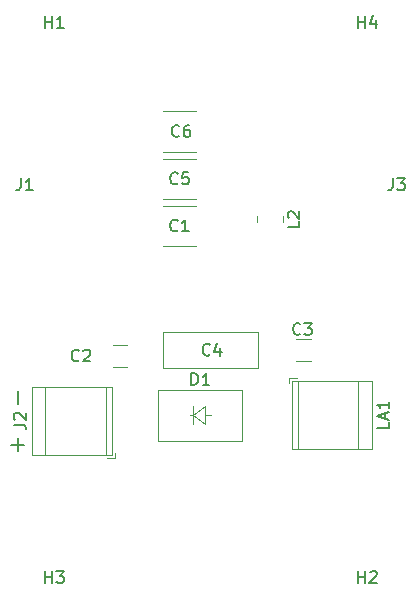
<source format=gbr>
%TF.GenerationSoftware,KiCad,Pcbnew,5.1.6-c6e7f7d~87~ubuntu20.04.1*%
%TF.CreationDate,2020-09-01T11:43:32+02:00*%
%TF.ProjectId,bias-t-extractor-smd,62696173-2d74-42d6-9578-74726163746f,rev?*%
%TF.SameCoordinates,Original*%
%TF.FileFunction,Legend,Top*%
%TF.FilePolarity,Positive*%
%FSLAX46Y46*%
G04 Gerber Fmt 4.6, Leading zero omitted, Abs format (unit mm)*
G04 Created by KiCad (PCBNEW 5.1.6-c6e7f7d~87~ubuntu20.04.1) date 2020-09-01 11:43:32*
%MOMM*%
%LPD*%
G01*
G04 APERTURE LIST*
%ADD10C,0.120000*%
%ADD11C,0.150000*%
G04 APERTURE END LIST*
D10*
X60400000Y-54200000D02*
X59000000Y-54200000D01*
X60400000Y-49900000D02*
X60400000Y-54200000D01*
X59000000Y-49900000D02*
X60400000Y-49900000D01*
X56250000Y-52000000D02*
X56000000Y-52000000D01*
X57750000Y-52000000D02*
X57250000Y-52000000D01*
X57250000Y-52000000D02*
X57750000Y-52000000D01*
X57250000Y-52750000D02*
X56250000Y-52000000D01*
X57250000Y-51250000D02*
X57250000Y-52750000D01*
X56250000Y-52000000D02*
X57250000Y-51250000D01*
X56250000Y-52750000D02*
X56250000Y-52000000D01*
X56250000Y-51250000D02*
X56250000Y-52750000D01*
D11*
X41392857Y-49928571D02*
X41392857Y-51071428D01*
X41392857Y-53928571D02*
X41392857Y-55071428D01*
X40821428Y-54500000D02*
X41964285Y-54500000D01*
D10*
%TO.C,J2*%
X49610000Y-55610000D02*
X49610000Y-55210000D01*
X48970000Y-55610000D02*
X49610000Y-55610000D01*
X42630000Y-49590000D02*
X49370000Y-49590000D01*
X42630000Y-55370000D02*
X49370000Y-55370000D01*
X49370000Y-55370000D02*
X49370000Y-49590000D01*
X42630000Y-55370000D02*
X42630000Y-49590000D01*
X43750000Y-55370000D02*
X43750000Y-49590000D01*
X48850000Y-55370000D02*
X48850000Y-49590000D01*
%TO.C,LA1*%
X64390000Y-48850000D02*
X64390000Y-49250000D01*
X65030000Y-48850000D02*
X64390000Y-48850000D01*
X71370000Y-54870000D02*
X64630000Y-54870000D01*
X71370000Y-49090000D02*
X64630000Y-49090000D01*
X64630000Y-49090000D02*
X64630000Y-54870000D01*
X71370000Y-49090000D02*
X71370000Y-54870000D01*
X70250000Y-49090000D02*
X70250000Y-54870000D01*
X65150000Y-49090000D02*
X65150000Y-54870000D01*
%TO.C,C1*%
X56498752Y-37710000D02*
X53726248Y-37710000D01*
X56498752Y-34290000D02*
X53726248Y-34290000D01*
%TO.C,C2*%
X50702064Y-46090000D02*
X49497936Y-46090000D01*
X50702064Y-47910000D02*
X49497936Y-47910000D01*
%TO.C,C3*%
X64997936Y-45590000D02*
X66202064Y-45590000D01*
X64997936Y-47410000D02*
X66202064Y-47410000D01*
%TO.C,C4*%
X61750000Y-48000000D02*
X53750000Y-48000000D01*
X53750000Y-48000000D02*
X53750000Y-45000000D01*
X53750000Y-45000000D02*
X61750000Y-45000000D01*
X61750000Y-45000000D02*
X61750000Y-48000000D01*
%TO.C,C5*%
X56498752Y-33710000D02*
X53726248Y-33710000D01*
X56498752Y-30290000D02*
X53726248Y-30290000D01*
%TO.C,C6*%
X56523752Y-26290000D02*
X53751248Y-26290000D01*
X56523752Y-29710000D02*
X53751248Y-29710000D01*
%TO.C,D1*%
X53300000Y-49850000D02*
X53300000Y-54150000D01*
X53300000Y-54150000D02*
X59000000Y-54150000D01*
X53300000Y-49850000D02*
X59000000Y-49850000D01*
%TO.C,L2*%
X63860000Y-35163748D02*
X63860000Y-35686252D01*
X61640000Y-35163748D02*
X61640000Y-35686252D01*
%TO.C,J1*%
D11*
X41666666Y-31952380D02*
X41666666Y-32666666D01*
X41619047Y-32809523D01*
X41523809Y-32904761D01*
X41380952Y-32952380D01*
X41285714Y-32952380D01*
X42666666Y-32952380D02*
X42095238Y-32952380D01*
X42380952Y-32952380D02*
X42380952Y-31952380D01*
X42285714Y-32095238D01*
X42190476Y-32190476D01*
X42095238Y-32238095D01*
%TO.C,J2*%
X41082380Y-52813333D02*
X41796666Y-52813333D01*
X41939523Y-52860952D01*
X42034761Y-52956190D01*
X42082380Y-53099047D01*
X42082380Y-53194285D01*
X41177619Y-52384761D02*
X41130000Y-52337142D01*
X41082380Y-52241904D01*
X41082380Y-52003809D01*
X41130000Y-51908571D01*
X41177619Y-51860952D01*
X41272857Y-51813333D01*
X41368095Y-51813333D01*
X41510952Y-51860952D01*
X42082380Y-52432380D01*
X42082380Y-51813333D01*
%TO.C,J3*%
X73166666Y-31952380D02*
X73166666Y-32666666D01*
X73119047Y-32809523D01*
X73023809Y-32904761D01*
X72880952Y-32952380D01*
X72785714Y-32952380D01*
X73547619Y-31952380D02*
X74166666Y-31952380D01*
X73833333Y-32333333D01*
X73976190Y-32333333D01*
X74071428Y-32380952D01*
X74119047Y-32428571D01*
X74166666Y-32523809D01*
X74166666Y-32761904D01*
X74119047Y-32857142D01*
X74071428Y-32904761D01*
X73976190Y-32952380D01*
X73690476Y-32952380D01*
X73595238Y-32904761D01*
X73547619Y-32857142D01*
%TO.C,LA1*%
X72822380Y-52575238D02*
X72822380Y-53051428D01*
X71822380Y-53051428D01*
X72536666Y-52289523D02*
X72536666Y-51813333D01*
X72822380Y-52384761D02*
X71822380Y-52051428D01*
X72822380Y-51718095D01*
X72822380Y-50860952D02*
X72822380Y-51432380D01*
X72822380Y-51146666D02*
X71822380Y-51146666D01*
X71965238Y-51241904D01*
X72060476Y-51337142D01*
X72108095Y-51432380D01*
%TO.C,H1*%
X43738095Y-19202380D02*
X43738095Y-18202380D01*
X43738095Y-18678571D02*
X44309523Y-18678571D01*
X44309523Y-19202380D02*
X44309523Y-18202380D01*
X45309523Y-19202380D02*
X44738095Y-19202380D01*
X45023809Y-19202380D02*
X45023809Y-18202380D01*
X44928571Y-18345238D01*
X44833333Y-18440476D01*
X44738095Y-18488095D01*
%TO.C,H2*%
X70238095Y-66202380D02*
X70238095Y-65202380D01*
X70238095Y-65678571D02*
X70809523Y-65678571D01*
X70809523Y-66202380D02*
X70809523Y-65202380D01*
X71238095Y-65297619D02*
X71285714Y-65250000D01*
X71380952Y-65202380D01*
X71619047Y-65202380D01*
X71714285Y-65250000D01*
X71761904Y-65297619D01*
X71809523Y-65392857D01*
X71809523Y-65488095D01*
X71761904Y-65630952D01*
X71190476Y-66202380D01*
X71809523Y-66202380D01*
%TO.C,H3*%
X43738095Y-66202380D02*
X43738095Y-65202380D01*
X43738095Y-65678571D02*
X44309523Y-65678571D01*
X44309523Y-66202380D02*
X44309523Y-65202380D01*
X44690476Y-65202380D02*
X45309523Y-65202380D01*
X44976190Y-65583333D01*
X45119047Y-65583333D01*
X45214285Y-65630952D01*
X45261904Y-65678571D01*
X45309523Y-65773809D01*
X45309523Y-66011904D01*
X45261904Y-66107142D01*
X45214285Y-66154761D01*
X45119047Y-66202380D01*
X44833333Y-66202380D01*
X44738095Y-66154761D01*
X44690476Y-66107142D01*
%TO.C,H4*%
X70238095Y-19202380D02*
X70238095Y-18202380D01*
X70238095Y-18678571D02*
X70809523Y-18678571D01*
X70809523Y-19202380D02*
X70809523Y-18202380D01*
X71714285Y-18535714D02*
X71714285Y-19202380D01*
X71476190Y-18154761D02*
X71238095Y-18869047D01*
X71857142Y-18869047D01*
%TO.C,C1*%
X54945833Y-36357142D02*
X54898214Y-36404761D01*
X54755357Y-36452380D01*
X54660119Y-36452380D01*
X54517261Y-36404761D01*
X54422023Y-36309523D01*
X54374404Y-36214285D01*
X54326785Y-36023809D01*
X54326785Y-35880952D01*
X54374404Y-35690476D01*
X54422023Y-35595238D01*
X54517261Y-35500000D01*
X54660119Y-35452380D01*
X54755357Y-35452380D01*
X54898214Y-35500000D01*
X54945833Y-35547619D01*
X55898214Y-36452380D02*
X55326785Y-36452380D01*
X55612500Y-36452380D02*
X55612500Y-35452380D01*
X55517261Y-35595238D01*
X55422023Y-35690476D01*
X55326785Y-35738095D01*
%TO.C,C2*%
X46583333Y-47357142D02*
X46535714Y-47404761D01*
X46392857Y-47452380D01*
X46297619Y-47452380D01*
X46154761Y-47404761D01*
X46059523Y-47309523D01*
X46011904Y-47214285D01*
X45964285Y-47023809D01*
X45964285Y-46880952D01*
X46011904Y-46690476D01*
X46059523Y-46595238D01*
X46154761Y-46500000D01*
X46297619Y-46452380D01*
X46392857Y-46452380D01*
X46535714Y-46500000D01*
X46583333Y-46547619D01*
X46964285Y-46547619D02*
X47011904Y-46500000D01*
X47107142Y-46452380D01*
X47345238Y-46452380D01*
X47440476Y-46500000D01*
X47488095Y-46547619D01*
X47535714Y-46642857D01*
X47535714Y-46738095D01*
X47488095Y-46880952D01*
X46916666Y-47452380D01*
X47535714Y-47452380D01*
%TO.C,C3*%
X65333333Y-45107142D02*
X65285714Y-45154761D01*
X65142857Y-45202380D01*
X65047619Y-45202380D01*
X64904761Y-45154761D01*
X64809523Y-45059523D01*
X64761904Y-44964285D01*
X64714285Y-44773809D01*
X64714285Y-44630952D01*
X64761904Y-44440476D01*
X64809523Y-44345238D01*
X64904761Y-44250000D01*
X65047619Y-44202380D01*
X65142857Y-44202380D01*
X65285714Y-44250000D01*
X65333333Y-44297619D01*
X65666666Y-44202380D02*
X66285714Y-44202380D01*
X65952380Y-44583333D01*
X66095238Y-44583333D01*
X66190476Y-44630952D01*
X66238095Y-44678571D01*
X66285714Y-44773809D01*
X66285714Y-45011904D01*
X66238095Y-45107142D01*
X66190476Y-45154761D01*
X66095238Y-45202380D01*
X65809523Y-45202380D01*
X65714285Y-45154761D01*
X65666666Y-45107142D01*
%TO.C,C4*%
X57683333Y-46857142D02*
X57635714Y-46904761D01*
X57492857Y-46952380D01*
X57397619Y-46952380D01*
X57254761Y-46904761D01*
X57159523Y-46809523D01*
X57111904Y-46714285D01*
X57064285Y-46523809D01*
X57064285Y-46380952D01*
X57111904Y-46190476D01*
X57159523Y-46095238D01*
X57254761Y-46000000D01*
X57397619Y-45952380D01*
X57492857Y-45952380D01*
X57635714Y-46000000D01*
X57683333Y-46047619D01*
X58540476Y-46285714D02*
X58540476Y-46952380D01*
X58302380Y-45904761D02*
X58064285Y-46619047D01*
X58683333Y-46619047D01*
%TO.C,C5*%
X54945833Y-32357142D02*
X54898214Y-32404761D01*
X54755357Y-32452380D01*
X54660119Y-32452380D01*
X54517261Y-32404761D01*
X54422023Y-32309523D01*
X54374404Y-32214285D01*
X54326785Y-32023809D01*
X54326785Y-31880952D01*
X54374404Y-31690476D01*
X54422023Y-31595238D01*
X54517261Y-31500000D01*
X54660119Y-31452380D01*
X54755357Y-31452380D01*
X54898214Y-31500000D01*
X54945833Y-31547619D01*
X55850595Y-31452380D02*
X55374404Y-31452380D01*
X55326785Y-31928571D01*
X55374404Y-31880952D01*
X55469642Y-31833333D01*
X55707738Y-31833333D01*
X55802976Y-31880952D01*
X55850595Y-31928571D01*
X55898214Y-32023809D01*
X55898214Y-32261904D01*
X55850595Y-32357142D01*
X55802976Y-32404761D01*
X55707738Y-32452380D01*
X55469642Y-32452380D01*
X55374404Y-32404761D01*
X55326785Y-32357142D01*
%TO.C,C6*%
X55083333Y-28357142D02*
X55035714Y-28404761D01*
X54892857Y-28452380D01*
X54797619Y-28452380D01*
X54654761Y-28404761D01*
X54559523Y-28309523D01*
X54511904Y-28214285D01*
X54464285Y-28023809D01*
X54464285Y-27880952D01*
X54511904Y-27690476D01*
X54559523Y-27595238D01*
X54654761Y-27500000D01*
X54797619Y-27452380D01*
X54892857Y-27452380D01*
X55035714Y-27500000D01*
X55083333Y-27547619D01*
X55940476Y-27452380D02*
X55750000Y-27452380D01*
X55654761Y-27500000D01*
X55607142Y-27547619D01*
X55511904Y-27690476D01*
X55464285Y-27880952D01*
X55464285Y-28261904D01*
X55511904Y-28357142D01*
X55559523Y-28404761D01*
X55654761Y-28452380D01*
X55845238Y-28452380D01*
X55940476Y-28404761D01*
X55988095Y-28357142D01*
X56035714Y-28261904D01*
X56035714Y-28023809D01*
X55988095Y-27928571D01*
X55940476Y-27880952D01*
X55845238Y-27833333D01*
X55654761Y-27833333D01*
X55559523Y-27880952D01*
X55511904Y-27928571D01*
X55464285Y-28023809D01*
%TO.C,D1*%
X56111904Y-49452380D02*
X56111904Y-48452380D01*
X56350000Y-48452380D01*
X56492857Y-48500000D01*
X56588095Y-48595238D01*
X56635714Y-48690476D01*
X56683333Y-48880952D01*
X56683333Y-49023809D01*
X56635714Y-49214285D01*
X56588095Y-49309523D01*
X56492857Y-49404761D01*
X56350000Y-49452380D01*
X56111904Y-49452380D01*
X57635714Y-49452380D02*
X57064285Y-49452380D01*
X57350000Y-49452380D02*
X57350000Y-48452380D01*
X57254761Y-48595238D01*
X57159523Y-48690476D01*
X57064285Y-48738095D01*
%TO.C,L2*%
X65252380Y-35591666D02*
X65252380Y-36067857D01*
X64252380Y-36067857D01*
X64347619Y-35305952D02*
X64300000Y-35258333D01*
X64252380Y-35163095D01*
X64252380Y-34925000D01*
X64300000Y-34829761D01*
X64347619Y-34782142D01*
X64442857Y-34734523D01*
X64538095Y-34734523D01*
X64680952Y-34782142D01*
X65252380Y-35353571D01*
X65252380Y-34734523D01*
%TD*%
M02*

</source>
